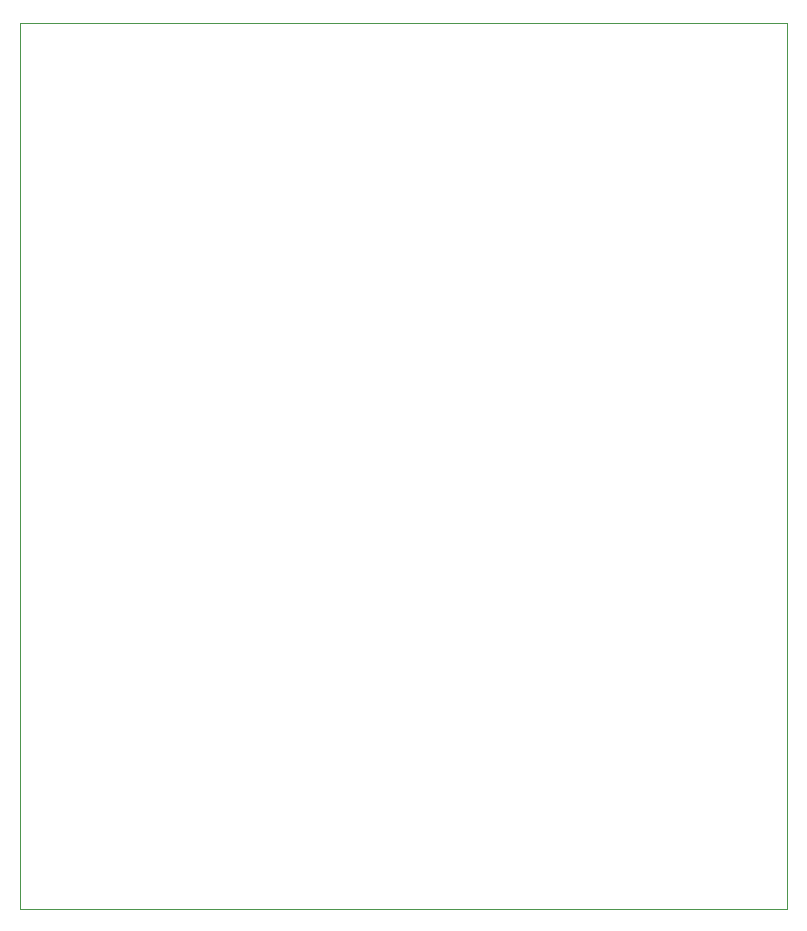
<source format=gbr>
%TF.GenerationSoftware,KiCad,Pcbnew,5.1.9-73d0e3b20d~88~ubuntu20.10.1*%
%TF.CreationDate,2021-03-10T22:37:59+01:00*%
%TF.ProjectId,vca-adsr,7663612d-6164-4737-922e-6b696361645f,v1.0.0*%
%TF.SameCoordinates,Original*%
%TF.FileFunction,Profile,NP*%
%FSLAX46Y46*%
G04 Gerber Fmt 4.6, Leading zero omitted, Abs format (unit mm)*
G04 Created by KiCad (PCBNEW 5.1.9-73d0e3b20d~88~ubuntu20.10.1) date 2021-03-10 22:37:59*
%MOMM*%
%LPD*%
G01*
G04 APERTURE LIST*
%TA.AperFunction,Profile*%
%ADD10C,0.050000*%
%TD*%
G04 APERTURE END LIST*
D10*
X122400000Y-57500000D02*
X119400000Y-57500000D01*
X119400000Y-57500000D02*
X119400000Y-132500000D01*
X184400000Y-57500000D02*
X122400000Y-57500000D01*
X184400000Y-132500000D02*
X184400000Y-57500000D01*
X119400000Y-132500000D02*
X184400000Y-132500000D01*
M02*

</source>
